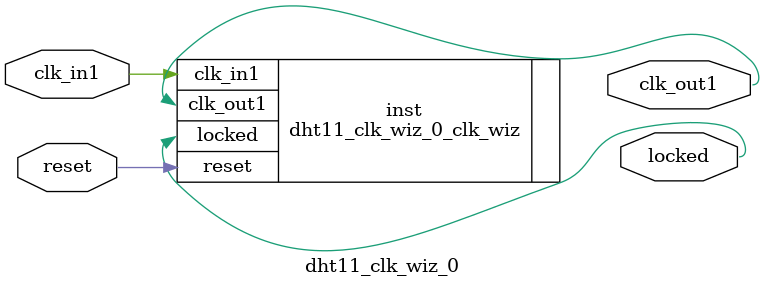
<source format=v>


`timescale 1ps/1ps

(* CORE_GENERATION_INFO = "dht11_clk_wiz_0,clk_wiz_v6_0_15_0_0,{component_name=dht11_clk_wiz_0,use_phase_alignment=true,use_min_o_jitter=false,use_max_i_jitter=false,use_dyn_phase_shift=false,use_inclk_switchover=false,use_dyn_reconfig=false,enable_axi=0,feedback_source=FDBK_AUTO,PRIMITIVE=MMCM,num_out_clk=1,clkin1_period=10.000,clkin2_period=10.000,use_power_down=false,use_reset=true,use_locked=true,use_inclk_stopped=false,feedback_type=SINGLE,CLOCK_MGR_TYPE=NA,manual_override=false}" *)

module dht11_clk_wiz_0 
 (
  // Clock out ports
  output        clk_out1,
  // Status and control signals
  input         reset,
  output        locked,
 // Clock in ports
  input         clk_in1
 );

  dht11_clk_wiz_0_clk_wiz inst
  (
  // Clock out ports  
  .clk_out1(clk_out1),
  // Status and control signals               
  .reset(reset), 
  .locked(locked),
 // Clock in ports
  .clk_in1(clk_in1)
  );

endmodule

</source>
